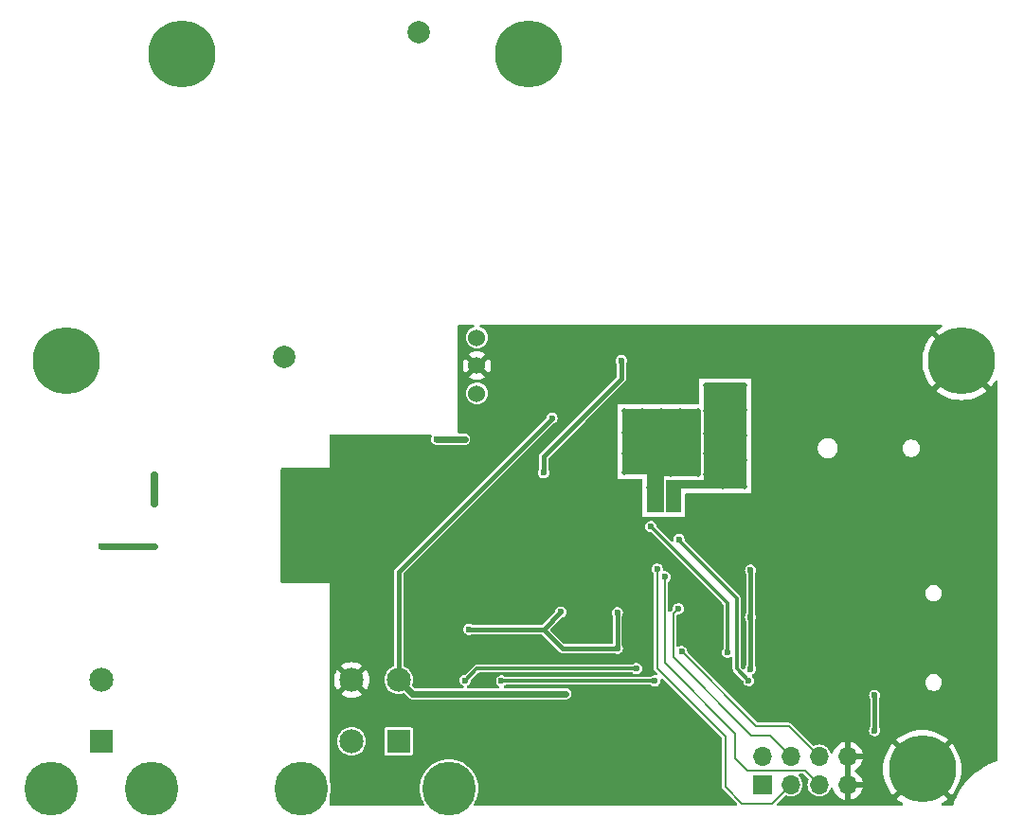
<source format=gbr>
%TF.GenerationSoftware,KiCad,Pcbnew,8.0.8*%
%TF.CreationDate,2025-03-06T23:44:42+09:00*%
%TF.ProjectId,fsk-energymeter,66736b2d-656e-4657-9267-796d65746572,v0.0.1*%
%TF.SameCoordinates,Original*%
%TF.FileFunction,Copper,L2,Bot*%
%TF.FilePolarity,Positive*%
%FSLAX46Y46*%
G04 Gerber Fmt 4.6, Leading zero omitted, Abs format (unit mm)*
G04 Created by KiCad (PCBNEW 8.0.8) date 2025-03-06 23:44:42*
%MOMM*%
%LPD*%
G01*
G04 APERTURE LIST*
%TA.AperFunction,ComponentPad*%
%ADD10C,3.400000*%
%TD*%
%TA.AperFunction,ConnectorPad*%
%ADD11C,6.000000*%
%TD*%
%TA.AperFunction,ComponentPad*%
%ADD12R,2.150000X2.150000*%
%TD*%
%TA.AperFunction,ComponentPad*%
%ADD13C,2.150000*%
%TD*%
%TA.AperFunction,ComponentPad*%
%ADD14C,4.800000*%
%TD*%
%TA.AperFunction,ComponentPad*%
%ADD15R,1.700000X1.700000*%
%TD*%
%TA.AperFunction,ComponentPad*%
%ADD16O,1.700000X1.700000*%
%TD*%
%TA.AperFunction,ComponentPad*%
%ADD17C,2.000000*%
%TD*%
%TA.AperFunction,ComponentPad*%
%ADD18C,1.524000*%
%TD*%
%TA.AperFunction,ViaPad*%
%ADD19C,0.600000*%
%TD*%
%TA.AperFunction,ViaPad*%
%ADD20C,0.500000*%
%TD*%
%TA.AperFunction,Conductor*%
%ADD21C,0.600000*%
%TD*%
%TA.AperFunction,Conductor*%
%ADD22C,0.400000*%
%TD*%
%TA.AperFunction,Conductor*%
%ADD23C,0.200000*%
%TD*%
%TA.AperFunction,Conductor*%
%ADD24C,0.300000*%
%TD*%
%TA.AperFunction,Conductor*%
%ADD25C,0.650000*%
%TD*%
G04 APERTURE END LIST*
D10*
%TO.P,H5,1,1*%
%TO.N,GND*%
X162000000Y-113600000D03*
D11*
X162000000Y-113600000D03*
%TD*%
D10*
%TO.P,H2,1*%
%TO.N,N/C*%
X95800000Y-49600000D03*
D11*
X95800000Y-49600000D03*
%TD*%
D10*
%TO.P,H3,1*%
%TO.N,N/C*%
X126800000Y-49600000D03*
D11*
X126800000Y-49600000D03*
%TD*%
D12*
%TO.P,J2,1,1*%
%TO.N,HV+*%
X88650000Y-111112100D03*
D13*
%TO.P,J2,2,2*%
%TO.N,HV-*%
X88650000Y-105612100D03*
D14*
%TO.P,J2,3,3*%
%TO.N,unconnected-(J2-Pad3)*%
X93150000Y-115312100D03*
%TO.P,J2,4,4*%
%TO.N,unconnected-(J2-Pad4)*%
X84150000Y-115312100D03*
%TD*%
D15*
%TO.P,J3,1,Pin_1*%
%TO.N,+3V3*%
X147720000Y-115000000D03*
D16*
%TO.P,J3,2,Pin_2*%
%TO.N,/USART1_RX*%
X150260000Y-115000000D03*
%TO.P,J3,3,Pin_3*%
%TO.N,/USART1_TX*%
X152800000Y-115000000D03*
%TO.P,J3,4,Pin_4*%
%TO.N,GND*%
X155340000Y-115000000D03*
%TO.P,J3,5,Pin_5*%
%TO.N,+3V3*%
X147720000Y-112460000D03*
%TO.P,J3,6,Pin_6*%
%TO.N,/SWCLK*%
X150260000Y-112460000D03*
%TO.P,J3,7,Pin_7*%
%TO.N,/SWDIO*%
X152800000Y-112460000D03*
%TO.P,J3,8,Pin_8*%
%TO.N,GND*%
X155340000Y-112460000D03*
%TD*%
D17*
%TO.P,U2,*%
%TO.N,*%
X105000000Y-76700000D03*
X117000000Y-47700000D03*
D18*
%TO.P,U2,1,VOUT*%
%TO.N,Net-(U1B-+)*%
X122200000Y-80000000D03*
%TO.P,U2,2,GND*%
%TO.N,GND*%
X122200000Y-77500000D03*
%TO.P,U2,3,VCC*%
%TO.N,Net-(IC2-VOUT)*%
X122200000Y-75000000D03*
%TD*%
D10*
%TO.P,H4,1,1*%
%TO.N,GND*%
X165500000Y-77100000D03*
D11*
X165500000Y-77100000D03*
%TD*%
D10*
%TO.P,H1,1*%
%TO.N,N/C*%
X85500000Y-77100000D03*
D11*
X85500000Y-77100000D03*
%TD*%
D12*
%TO.P,J1,1,1*%
%TO.N,Net-(J1-Pad1)*%
X115200000Y-111112100D03*
D13*
%TO.P,J1,2,2*%
%TO.N,Net-(J1-Pad2)*%
X111000000Y-111112100D03*
%TO.P,J1,3,3*%
%TO.N,VBUS*%
X115200000Y-105612100D03*
%TO.P,J1,4,4*%
%TO.N,GND*%
X111000000Y-105612100D03*
D14*
%TO.P,J1,5,5*%
%TO.N,unconnected-(J1-Pad5)*%
X119700000Y-115312100D03*
%TO.P,J1,6,6*%
%TO.N,unconnected-(J1-Pad6)*%
X106500000Y-115312100D03*
%TD*%
D19*
%TO.N,GND*%
X119200000Y-100350000D03*
X153750000Y-104150000D03*
D20*
X142650000Y-87200000D03*
X135375000Y-81600000D03*
D19*
X122500000Y-93100000D03*
X147900000Y-87600000D03*
D20*
X135375000Y-87050000D03*
X146100000Y-79250000D03*
X144161765Y-88311765D03*
D19*
X110560000Y-96990000D03*
X112550000Y-90050000D03*
D20*
X142000000Y-83550000D03*
D19*
X128050000Y-92750000D03*
X131950000Y-108450000D03*
D20*
X138650000Y-81600000D03*
X135375000Y-85350000D03*
X138650000Y-80750000D03*
X146100000Y-86000000D03*
X142000000Y-87200000D03*
X142650000Y-81600000D03*
X137600000Y-88450000D03*
X142650000Y-83550000D03*
D19*
X115800000Y-93950000D03*
D20*
X137600000Y-87050000D03*
X146100000Y-83750000D03*
D19*
X140900000Y-92200000D03*
D20*
X137000000Y-81600000D03*
X146100000Y-88300000D03*
X142650000Y-79250000D03*
X142000000Y-85350000D03*
D19*
X107470000Y-90050000D03*
D20*
X142650000Y-85350000D03*
X142000000Y-81600000D03*
X144350000Y-78375000D03*
X135375000Y-83500000D03*
X140350000Y-81600000D03*
X146100000Y-81500000D03*
X139550000Y-87200000D03*
X144350000Y-79250000D03*
D19*
X126500000Y-96550000D03*
X142225000Y-111625000D03*
%TO.N,+3V3*%
X118600000Y-84100000D03*
X146650000Y-95800000D03*
X157750000Y-110150000D03*
X129700000Y-99550000D03*
X157750000Y-107000000D03*
X146650000Y-100000000D03*
X146650000Y-104650000D03*
X134750000Y-102800000D03*
X121100000Y-84100000D03*
X121500000Y-101100000D03*
X134750000Y-99600000D03*
%TO.N,VBUS*%
X130150000Y-106850000D03*
X128900000Y-82200000D03*
%TO.N,/SWCLK*%
X140200000Y-99250000D03*
%TO.N,/SWDIO*%
X140493140Y-103091157D03*
%TO.N,/LED*%
X140250000Y-93050000D03*
X146493750Y-105693750D03*
%TO.N,/RST*%
X137750000Y-91900000D03*
X144600000Y-103150000D03*
%TO.N,/USART1_TX*%
X139000000Y-96400000D03*
%TO.N,/USART1_RX*%
X138300000Y-95700000D03*
%TO.N,Net-(IC1-DCDC_OUT)*%
X93350000Y-87300000D03*
X93350000Y-89840000D03*
%TO.N,Net-(IC2-VOUT)*%
X128150000Y-87100000D03*
X135100000Y-77050000D03*
%TO.N,Net-(IC1-IN)*%
X93380000Y-93650000D03*
X88600000Y-93650000D03*
%TO.N,Net-(J1-Pad2)*%
X121150000Y-105650000D03*
X136450000Y-104600000D03*
%TO.N,Net-(J1-Pad1)*%
X124400000Y-105700000D03*
X138100000Y-105700000D03*
%TD*%
D21*
%TO.N,+3V3*%
X121100000Y-84100000D02*
X118600000Y-84100000D01*
D22*
X157750000Y-107000000D02*
X157750000Y-110150000D01*
X134750000Y-102800000D02*
X129850000Y-102800000D01*
X128150000Y-101100000D02*
X121500000Y-101100000D01*
X146650000Y-95800000D02*
X146650000Y-100000000D01*
X129700000Y-99550000D02*
X128150000Y-101100000D01*
X146650000Y-100000000D02*
X146650000Y-104650000D01*
X134750000Y-99600000D02*
X134750000Y-102800000D01*
X129850000Y-102800000D02*
X128150000Y-101100000D01*
D23*
%TO.N,VBUS*%
X128900000Y-82200000D02*
X128900000Y-82261029D01*
D22*
X128900000Y-82261029D02*
X115200000Y-95961029D01*
X115200000Y-95961029D02*
X115200000Y-105612100D01*
D21*
X130150000Y-106850000D02*
X116437900Y-106850000D01*
X116437900Y-106850000D02*
X115200000Y-105612100D01*
D23*
%TO.N,/SWCLK*%
X139750000Y-103600000D02*
X146750000Y-110600000D01*
X140200000Y-99250000D02*
X139750000Y-99700000D01*
X148400000Y-110600000D02*
X150260000Y-112460000D01*
X139750000Y-99700000D02*
X139750000Y-103600000D01*
X146750000Y-110600000D02*
X148400000Y-110600000D01*
%TO.N,/SWDIO*%
X140493140Y-103091157D02*
X147151983Y-109750000D01*
X150090000Y-109750000D02*
X152800000Y-112460000D01*
X147151983Y-109750000D02*
X150090000Y-109750000D01*
D24*
%TO.N,/LED*%
X146493750Y-105693750D02*
X145400000Y-104600000D01*
X145400000Y-104600000D02*
X145400000Y-98300000D01*
X140250000Y-93150000D02*
X140250000Y-93050000D01*
X145400000Y-98300000D02*
X140250000Y-93150000D01*
%TO.N,/RST*%
X144600000Y-98750000D02*
X144600000Y-103150000D01*
X137750000Y-91900000D02*
X144600000Y-98750000D01*
D23*
%TO.N,/USART1_TX*%
X146400000Y-113700000D02*
X151500000Y-113700000D01*
X139000000Y-96400000D02*
X139000000Y-104100000D01*
X151500000Y-113700000D02*
X152800000Y-115000000D01*
X145300000Y-110400000D02*
X145300000Y-112600000D01*
X145300000Y-112600000D02*
X146400000Y-113700000D01*
X139000000Y-104100000D02*
X145300000Y-110400000D01*
%TO.N,/USART1_RX*%
X144400000Y-115200000D02*
X145900000Y-116700000D01*
X138300000Y-95700000D02*
X138300000Y-104600000D01*
X145900000Y-116700000D02*
X148560000Y-116700000D01*
X138300000Y-104600000D02*
X144400000Y-110700000D01*
X144400000Y-110700000D02*
X144400000Y-115200000D01*
X148560000Y-116700000D02*
X150260000Y-115000000D01*
D25*
%TO.N,Net-(IC1-DCDC_OUT)*%
X93350000Y-87300000D02*
X93350000Y-89840000D01*
D22*
%TO.N,Net-(IC2-VOUT)*%
X128150000Y-85650000D02*
X128150000Y-87100000D01*
X135100000Y-78700000D02*
X128150000Y-85650000D01*
X135100000Y-77050000D02*
X135100000Y-78700000D01*
D21*
%TO.N,Net-(IC1-IN)*%
X93380000Y-93650000D02*
X88600000Y-93650000D01*
D24*
%TO.N,Net-(J1-Pad2)*%
X121150000Y-105650000D02*
X122200000Y-104600000D01*
X122200000Y-104600000D02*
X136450000Y-104600000D01*
%TO.N,Net-(J1-Pad1)*%
X138100000Y-105700000D02*
X124400000Y-105700000D01*
%TD*%
%TA.AperFunction,Conductor*%
%TO.N,GND*%
G36*
X142143039Y-81419685D02*
G01*
X142188794Y-81472489D01*
X142200000Y-81524000D01*
X142200000Y-87276000D01*
X142180315Y-87343039D01*
X142127511Y-87388794D01*
X142076000Y-87400000D01*
X138900000Y-87400000D01*
X138900000Y-90526000D01*
X138880315Y-90593039D01*
X138827511Y-90638794D01*
X138776000Y-90650000D01*
X137524000Y-90650000D01*
X137456961Y-90630315D01*
X137411206Y-90577511D01*
X137400000Y-90526000D01*
X137400000Y-87250000D01*
X135298557Y-87250000D01*
X135231518Y-87230315D01*
X135185763Y-87177511D01*
X135174557Y-87126099D01*
X135174536Y-87100000D01*
X135170637Y-82200000D01*
X135170099Y-81524099D01*
X135189730Y-81457044D01*
X135242498Y-81411247D01*
X135294099Y-81400000D01*
X142076000Y-81400000D01*
X142143039Y-81419685D01*
G37*
%TD.AperFunction*%
%TA.AperFunction,Conductor*%
G36*
X146263039Y-79069685D02*
G01*
X146308794Y-79122489D01*
X146320000Y-79174000D01*
X146320000Y-88376000D01*
X146300315Y-88443039D01*
X146247511Y-88488794D01*
X146196000Y-88500000D01*
X140420000Y-88500000D01*
X140420000Y-90526000D01*
X140400315Y-90593039D01*
X140347511Y-90638794D01*
X140296000Y-90650000D01*
X139224000Y-90650000D01*
X139156961Y-90630315D01*
X139111206Y-90577511D01*
X139100000Y-90526000D01*
X139100000Y-87824000D01*
X139119685Y-87756961D01*
X139172489Y-87711206D01*
X139224000Y-87700000D01*
X142450000Y-87700000D01*
X142450000Y-79174000D01*
X142469685Y-79106961D01*
X142522489Y-79061206D01*
X142574000Y-79050000D01*
X146196000Y-79050000D01*
X146263039Y-79069685D01*
G37*
%TD.AperFunction*%
%TA.AperFunction,Conductor*%
G36*
X121906431Y-73869685D02*
G01*
X121952186Y-73922489D01*
X121962130Y-73991647D01*
X121933105Y-74055203D01*
X121875388Y-74092659D01*
X121829885Y-74106463D01*
X121829882Y-74106464D01*
X121829880Y-74106465D01*
X121829877Y-74106466D01*
X121662681Y-74195834D01*
X121662674Y-74195838D01*
X121516116Y-74316116D01*
X121395838Y-74462674D01*
X121395834Y-74462681D01*
X121306466Y-74629877D01*
X121306465Y-74629880D01*
X121251426Y-74811318D01*
X121232843Y-75000000D01*
X121251426Y-75188681D01*
X121251427Y-75188683D01*
X121306463Y-75370115D01*
X121306464Y-75370118D01*
X121306465Y-75370119D01*
X121306466Y-75370122D01*
X121395834Y-75537318D01*
X121395838Y-75537325D01*
X121516116Y-75683883D01*
X121662674Y-75804161D01*
X121662681Y-75804165D01*
X121829877Y-75893533D01*
X121829878Y-75893533D01*
X121829885Y-75893537D01*
X122011317Y-75948573D01*
X122011316Y-75948573D01*
X122028233Y-75950239D01*
X122200000Y-75967157D01*
X122388683Y-75948573D01*
X122570115Y-75893537D01*
X122737324Y-75804162D01*
X122883883Y-75683883D01*
X123004162Y-75537324D01*
X123093537Y-75370115D01*
X123148573Y-75188683D01*
X123167157Y-75000000D01*
X123148573Y-74811317D01*
X123093537Y-74629885D01*
X123004162Y-74462676D01*
X123004161Y-74462674D01*
X122883883Y-74316116D01*
X122737325Y-74195838D01*
X122737318Y-74195834D01*
X122570122Y-74106466D01*
X122570119Y-74106465D01*
X122570118Y-74106464D01*
X122570115Y-74106463D01*
X122524611Y-74092659D01*
X122466174Y-74054363D01*
X122437718Y-73990551D01*
X122448278Y-73921484D01*
X122494502Y-73869091D01*
X122560608Y-73850000D01*
X163659670Y-73850000D01*
X163726709Y-73869685D01*
X163772464Y-73922489D01*
X163782408Y-73991647D01*
X163753383Y-74055203D01*
X163727205Y-74077995D01*
X163439924Y-74264557D01*
X163206850Y-74453295D01*
X163206849Y-74453296D01*
X164630894Y-75877340D01*
X164522816Y-75955864D01*
X164355864Y-76122816D01*
X164277340Y-76230893D01*
X162853296Y-74806849D01*
X162853295Y-74806850D01*
X162664557Y-75039924D01*
X162464754Y-75347594D01*
X162298204Y-75674464D01*
X162166736Y-76016948D01*
X162071784Y-76371313D01*
X162071784Y-76371315D01*
X162014397Y-76733646D01*
X161995197Y-77099999D01*
X161995197Y-77100000D01*
X162014397Y-77466353D01*
X162071784Y-77828684D01*
X162071784Y-77828686D01*
X162166736Y-78183051D01*
X162298204Y-78525535D01*
X162464754Y-78852406D01*
X162664553Y-79160070D01*
X162853297Y-79393148D01*
X164277340Y-77969105D01*
X164355864Y-78077184D01*
X164522816Y-78244136D01*
X164630893Y-78322658D01*
X163206850Y-79746701D01*
X163439929Y-79935446D01*
X163747593Y-80135245D01*
X164074464Y-80301795D01*
X164416948Y-80433263D01*
X164771314Y-80528215D01*
X165133646Y-80585602D01*
X165499999Y-80604803D01*
X165500001Y-80604803D01*
X165866353Y-80585602D01*
X166228684Y-80528215D01*
X166228686Y-80528215D01*
X166583051Y-80433263D01*
X166925535Y-80301795D01*
X167252406Y-80135245D01*
X167560064Y-79935450D01*
X167793148Y-79746701D01*
X166369106Y-78322659D01*
X166477184Y-78244136D01*
X166644136Y-78077184D01*
X166722659Y-77969105D01*
X168146701Y-79393148D01*
X168335450Y-79160064D01*
X168522005Y-78872795D01*
X168575026Y-78827292D01*
X168644231Y-78817678D01*
X168707648Y-78847005D01*
X168745142Y-78905962D01*
X168750000Y-78940330D01*
X168750000Y-112769218D01*
X168730315Y-112836257D01*
X168677511Y-112882012D01*
X168664318Y-112887149D01*
X168421527Y-112966036D01*
X168007390Y-113137578D01*
X167985894Y-113146482D01*
X167565766Y-113360548D01*
X167565762Y-113360550D01*
X167565753Y-113360555D01*
X167565747Y-113360558D01*
X167163738Y-113606910D01*
X167163727Y-113606918D01*
X166782267Y-113884064D01*
X166782253Y-113884075D01*
X166423719Y-114190292D01*
X166423705Y-114190305D01*
X166090305Y-114523705D01*
X166090292Y-114523719D01*
X165784075Y-114882253D01*
X165784064Y-114882267D01*
X165506918Y-115263727D01*
X165506910Y-115263738D01*
X165260558Y-115665747D01*
X165260555Y-115665753D01*
X165260550Y-115665762D01*
X165260548Y-115665766D01*
X165070443Y-116038868D01*
X165046481Y-116085896D01*
X164866036Y-116521527D01*
X164808164Y-116699642D01*
X164793677Y-116744231D01*
X164787150Y-116764318D01*
X164747713Y-116821993D01*
X164683354Y-116849192D01*
X164669219Y-116850000D01*
X163840330Y-116850000D01*
X163773291Y-116830315D01*
X163727536Y-116777511D01*
X163717592Y-116708353D01*
X163746617Y-116644797D01*
X163772795Y-116622005D01*
X164060064Y-116435450D01*
X164293148Y-116246701D01*
X162869106Y-114822659D01*
X162977184Y-114744136D01*
X163144136Y-114577184D01*
X163222659Y-114469106D01*
X164646701Y-115893148D01*
X164835450Y-115660064D01*
X165035245Y-115352406D01*
X165201795Y-115025535D01*
X165333263Y-114683051D01*
X165428215Y-114328686D01*
X165428215Y-114328684D01*
X165485602Y-113966353D01*
X165504803Y-113600000D01*
X165504803Y-113599999D01*
X165485602Y-113233646D01*
X165428215Y-112871315D01*
X165428215Y-112871313D01*
X165333263Y-112516948D01*
X165201795Y-112174464D01*
X165035245Y-111847594D01*
X164835446Y-111539929D01*
X164646701Y-111306850D01*
X163222658Y-112730893D01*
X163144136Y-112622816D01*
X162977184Y-112455864D01*
X162869104Y-112377340D01*
X164293148Y-110953297D01*
X164060070Y-110764553D01*
X163752406Y-110564754D01*
X163425535Y-110398204D01*
X163083051Y-110266736D01*
X162728685Y-110171784D01*
X162366353Y-110114397D01*
X162000001Y-110095197D01*
X161999999Y-110095197D01*
X161633646Y-110114397D01*
X161271315Y-110171784D01*
X161271313Y-110171784D01*
X160916948Y-110266736D01*
X160574464Y-110398204D01*
X160247594Y-110564754D01*
X159939924Y-110764557D01*
X159706850Y-110953295D01*
X159706849Y-110953296D01*
X161130893Y-112377340D01*
X161022816Y-112455864D01*
X160855864Y-112622816D01*
X160777340Y-112730893D01*
X159353296Y-111306849D01*
X159353295Y-111306850D01*
X159164557Y-111539924D01*
X158964754Y-111847594D01*
X158798204Y-112174464D01*
X158666736Y-112516948D01*
X158571784Y-112871313D01*
X158571784Y-112871315D01*
X158514397Y-113233646D01*
X158495197Y-113599999D01*
X158495197Y-113600000D01*
X158514397Y-113966353D01*
X158571784Y-114328684D01*
X158571784Y-114328686D01*
X158666736Y-114683051D01*
X158798204Y-115025535D01*
X158964754Y-115352406D01*
X159164553Y-115660070D01*
X159353297Y-115893148D01*
X160777340Y-114469105D01*
X160855864Y-114577184D01*
X161022816Y-114744136D01*
X161130893Y-114822658D01*
X159706850Y-116246701D01*
X159939929Y-116435446D01*
X160227205Y-116622005D01*
X160272708Y-116675026D01*
X160282322Y-116744231D01*
X160252995Y-116807648D01*
X160194038Y-116845142D01*
X160159670Y-116850000D01*
X149134333Y-116850000D01*
X149067294Y-116830315D01*
X149021539Y-116777511D01*
X149011595Y-116708353D01*
X149040620Y-116644797D01*
X149046652Y-116638319D01*
X149695672Y-115989298D01*
X149756995Y-115955813D01*
X149826686Y-115960797D01*
X149841805Y-115967620D01*
X149856046Y-115975232D01*
X150054066Y-116035300D01*
X150054065Y-116035300D01*
X150072529Y-116037118D01*
X150260000Y-116055583D01*
X150465934Y-116035300D01*
X150663954Y-115975232D01*
X150846450Y-115877685D01*
X151006410Y-115746410D01*
X151137685Y-115586450D01*
X151235232Y-115403954D01*
X151295300Y-115205934D01*
X151315583Y-115000000D01*
X151295300Y-114794066D01*
X151235232Y-114596046D01*
X151137685Y-114413550D01*
X151085702Y-114350209D01*
X151006410Y-114253589D01*
X150965912Y-114220354D01*
X150926577Y-114162608D01*
X150924706Y-114092763D01*
X150960893Y-114032995D01*
X151023649Y-114002279D01*
X151044576Y-114000500D01*
X151324167Y-114000500D01*
X151391206Y-114020185D01*
X151411848Y-114036819D01*
X151810701Y-114435672D01*
X151844186Y-114496995D01*
X151839202Y-114566687D01*
X151832381Y-114581800D01*
X151824770Y-114596039D01*
X151764699Y-114794067D01*
X151744417Y-115000000D01*
X151764699Y-115205932D01*
X151774900Y-115239560D01*
X151824768Y-115403954D01*
X151922315Y-115586450D01*
X151922317Y-115586452D01*
X152053589Y-115746410D01*
X152076444Y-115765166D01*
X152213550Y-115877685D01*
X152396046Y-115975232D01*
X152594066Y-116035300D01*
X152594065Y-116035300D01*
X152612529Y-116037118D01*
X152800000Y-116055583D01*
X153005934Y-116035300D01*
X153203954Y-115975232D01*
X153386450Y-115877685D01*
X153546410Y-115746410D01*
X153677685Y-115586450D01*
X153775232Y-115403954D01*
X153795406Y-115337446D01*
X153833702Y-115279010D01*
X153897514Y-115250553D01*
X153966581Y-115261112D01*
X154018975Y-115307336D01*
X154033841Y-115341349D01*
X154066567Y-115463486D01*
X154066570Y-115463492D01*
X154166399Y-115677578D01*
X154301894Y-115871082D01*
X154468917Y-116038105D01*
X154662421Y-116173600D01*
X154876507Y-116273429D01*
X154876516Y-116273433D01*
X155090000Y-116330634D01*
X155090000Y-115433012D01*
X155147007Y-115465925D01*
X155274174Y-115500000D01*
X155405826Y-115500000D01*
X155532993Y-115465925D01*
X155590000Y-115433012D01*
X155590000Y-116330633D01*
X155803483Y-116273433D01*
X155803492Y-116273429D01*
X156017578Y-116173600D01*
X156211082Y-116038105D01*
X156378105Y-115871082D01*
X156513600Y-115677578D01*
X156613429Y-115463492D01*
X156613432Y-115463486D01*
X156670636Y-115250000D01*
X155773012Y-115250000D01*
X155805925Y-115192993D01*
X155840000Y-115065826D01*
X155840000Y-114934174D01*
X155805925Y-114807007D01*
X155773012Y-114750000D01*
X156670636Y-114750000D01*
X156670635Y-114749999D01*
X156613432Y-114536513D01*
X156613429Y-114536507D01*
X156513600Y-114322422D01*
X156513599Y-114322420D01*
X156378113Y-114128926D01*
X156378108Y-114128920D01*
X156211082Y-113961894D01*
X156024968Y-113831575D01*
X155981344Y-113776998D01*
X155974151Y-113707499D01*
X156005673Y-113645145D01*
X156024968Y-113628425D01*
X156211082Y-113498105D01*
X156378105Y-113331082D01*
X156513600Y-113137578D01*
X156613429Y-112923492D01*
X156613432Y-112923486D01*
X156670636Y-112710000D01*
X155773012Y-112710000D01*
X155805925Y-112652993D01*
X155840000Y-112525826D01*
X155840000Y-112394174D01*
X155805925Y-112267007D01*
X155773012Y-112210000D01*
X156670636Y-112210000D01*
X156670635Y-112209999D01*
X156613432Y-111996513D01*
X156613429Y-111996507D01*
X156513600Y-111782422D01*
X156513599Y-111782420D01*
X156378113Y-111588926D01*
X156378108Y-111588920D01*
X156211082Y-111421894D01*
X156017578Y-111286399D01*
X155803492Y-111186570D01*
X155803486Y-111186567D01*
X155590000Y-111129364D01*
X155590000Y-112026988D01*
X155532993Y-111994075D01*
X155405826Y-111960000D01*
X155274174Y-111960000D01*
X155147007Y-111994075D01*
X155090000Y-112026988D01*
X155090000Y-111129364D01*
X155089999Y-111129364D01*
X154876513Y-111186567D01*
X154876507Y-111186570D01*
X154662422Y-111286399D01*
X154662420Y-111286400D01*
X154468926Y-111421886D01*
X154468920Y-111421891D01*
X154301891Y-111588920D01*
X154301886Y-111588926D01*
X154166400Y-111782420D01*
X154166399Y-111782422D01*
X154066570Y-111996507D01*
X154066567Y-111996514D01*
X154033841Y-112118650D01*
X153997476Y-112178310D01*
X153934629Y-112208839D01*
X153865253Y-112200544D01*
X153811375Y-112156059D01*
X153795406Y-112122553D01*
X153775232Y-112056046D01*
X153677685Y-111873550D01*
X153578166Y-111752285D01*
X153546410Y-111713589D01*
X153428677Y-111616969D01*
X153386450Y-111582315D01*
X153203954Y-111484768D01*
X153005934Y-111424700D01*
X153005932Y-111424699D01*
X153005934Y-111424699D01*
X152800000Y-111404417D01*
X152594067Y-111424699D01*
X152396039Y-111484770D01*
X152381800Y-111492381D01*
X152313397Y-111506620D01*
X152248154Y-111481616D01*
X152235672Y-111470701D01*
X150274512Y-109509541D01*
X150274504Y-109509535D01*
X150205995Y-109469982D01*
X150205990Y-109469979D01*
X150180513Y-109463152D01*
X150129562Y-109449500D01*
X150129560Y-109449500D01*
X147327816Y-109449500D01*
X147260777Y-109429815D01*
X147240135Y-109413181D01*
X144826954Y-107000000D01*
X157244353Y-107000000D01*
X157264834Y-107142456D01*
X157304123Y-107228485D01*
X157324623Y-107273373D01*
X157324627Y-107273378D01*
X157329418Y-107280833D01*
X157326364Y-107282795D01*
X157348235Y-107330663D01*
X157349500Y-107348332D01*
X157349500Y-109801667D01*
X157329815Y-109868706D01*
X157329094Y-109869669D01*
X157324622Y-109876628D01*
X157264834Y-110007543D01*
X157244353Y-110150000D01*
X157264834Y-110292456D01*
X157324622Y-110423371D01*
X157324623Y-110423373D01*
X157418872Y-110532143D01*
X157539947Y-110609953D01*
X157539950Y-110609954D01*
X157539949Y-110609954D01*
X157678036Y-110650499D01*
X157678038Y-110650500D01*
X157678039Y-110650500D01*
X157821962Y-110650500D01*
X157821962Y-110650499D01*
X157960053Y-110609953D01*
X158081128Y-110532143D01*
X158175377Y-110423373D01*
X158235165Y-110292457D01*
X158255647Y-110150000D01*
X158235165Y-110007543D01*
X158175377Y-109876627D01*
X158175374Y-109876624D01*
X158170582Y-109869166D01*
X158173621Y-109867212D01*
X158151749Y-109819224D01*
X158150500Y-109801667D01*
X158150500Y-107348332D01*
X158170185Y-107281293D01*
X158170901Y-107280336D01*
X158175368Y-107273382D01*
X158175377Y-107273373D01*
X158235165Y-107142457D01*
X158255647Y-107000000D01*
X158235165Y-106857543D01*
X158175377Y-106726627D01*
X158081128Y-106617857D01*
X157960053Y-106540047D01*
X157960051Y-106540046D01*
X157960049Y-106540045D01*
X157960050Y-106540045D01*
X157821963Y-106499500D01*
X157821961Y-106499500D01*
X157678039Y-106499500D01*
X157678036Y-106499500D01*
X157539949Y-106540045D01*
X157418873Y-106617856D01*
X157324623Y-106726626D01*
X157324622Y-106726628D01*
X157264834Y-106857543D01*
X157244353Y-107000000D01*
X144826954Y-107000000D01*
X141032535Y-103205581D01*
X140999050Y-103144258D01*
X140997479Y-103100251D01*
X140998787Y-103091157D01*
X140978305Y-102948700D01*
X140918517Y-102817784D01*
X140824268Y-102709014D01*
X140703193Y-102631204D01*
X140703191Y-102631203D01*
X140703189Y-102631202D01*
X140703190Y-102631202D01*
X140565103Y-102590657D01*
X140565101Y-102590657D01*
X140421179Y-102590657D01*
X140421176Y-102590657D01*
X140283089Y-102631202D01*
X140241539Y-102657905D01*
X140174499Y-102677589D01*
X140107460Y-102657904D01*
X140061705Y-102605100D01*
X140050500Y-102553589D01*
X140050500Y-99875833D01*
X140070185Y-99808794D01*
X140086819Y-99788152D01*
X140088152Y-99786819D01*
X140149475Y-99753334D01*
X140175833Y-99750500D01*
X140271962Y-99750500D01*
X140271962Y-99750499D01*
X140410053Y-99709953D01*
X140531128Y-99632143D01*
X140625377Y-99523373D01*
X140685165Y-99392457D01*
X140705647Y-99250000D01*
X140685165Y-99107543D01*
X140625377Y-98976627D01*
X140531128Y-98867857D01*
X140410053Y-98790047D01*
X140410051Y-98790046D01*
X140410049Y-98790045D01*
X140410050Y-98790045D01*
X140271963Y-98749500D01*
X140271961Y-98749500D01*
X140128039Y-98749500D01*
X140128036Y-98749500D01*
X139989949Y-98790045D01*
X139868873Y-98867856D01*
X139774623Y-98976626D01*
X139774622Y-98976628D01*
X139714834Y-99107543D01*
X139694353Y-99250000D01*
X139695661Y-99259101D01*
X139685714Y-99328259D01*
X139660604Y-99364422D01*
X139565489Y-99459539D01*
X139512182Y-99512847D01*
X139450859Y-99546333D01*
X139381168Y-99541349D01*
X139325234Y-99499478D01*
X139300816Y-99434014D01*
X139300500Y-99425167D01*
X139300500Y-96863738D01*
X139320185Y-96796699D01*
X139330787Y-96782535D01*
X139331124Y-96782144D01*
X139331128Y-96782143D01*
X139425377Y-96673373D01*
X139485165Y-96542457D01*
X139505647Y-96400000D01*
X139485165Y-96257543D01*
X139425377Y-96126627D01*
X139331128Y-96017857D01*
X139210053Y-95940047D01*
X139210051Y-95940046D01*
X139210049Y-95940045D01*
X139210050Y-95940045D01*
X139071963Y-95899500D01*
X139071961Y-95899500D01*
X138928039Y-95899500D01*
X138920067Y-95899500D01*
X138853028Y-95879815D01*
X138807273Y-95827011D01*
X138797329Y-95757853D01*
X138805647Y-95700000D01*
X138785165Y-95557543D01*
X138725377Y-95426627D01*
X138631128Y-95317857D01*
X138510053Y-95240047D01*
X138510051Y-95240046D01*
X138510049Y-95240045D01*
X138510050Y-95240045D01*
X138371963Y-95199500D01*
X138371961Y-95199500D01*
X138228039Y-95199500D01*
X138228036Y-95199500D01*
X138089949Y-95240045D01*
X137968873Y-95317856D01*
X137874623Y-95426626D01*
X137874622Y-95426628D01*
X137814834Y-95557543D01*
X137794353Y-95700000D01*
X137814834Y-95842456D01*
X137860504Y-95942457D01*
X137874623Y-95973373D01*
X137968872Y-96082143D01*
X137968875Y-96082144D01*
X137969213Y-96082535D01*
X137998238Y-96146091D01*
X137999500Y-96163738D01*
X137999500Y-104639562D01*
X138011937Y-104685977D01*
X138019979Y-104715989D01*
X138054222Y-104775301D01*
X138059540Y-104784512D01*
X138262847Y-104987819D01*
X138296332Y-105049142D01*
X138291348Y-105118834D01*
X138249476Y-105174767D01*
X138184012Y-105199184D01*
X138175166Y-105199500D01*
X138028036Y-105199500D01*
X137889949Y-105240045D01*
X137768876Y-105317854D01*
X137768874Y-105317855D01*
X137768872Y-105317857D01*
X137768870Y-105317858D01*
X137767312Y-105319210D01*
X137765427Y-105320070D01*
X137761411Y-105322652D01*
X137761039Y-105322074D01*
X137703757Y-105348237D01*
X137686105Y-105349500D01*
X124813895Y-105349500D01*
X124746856Y-105329815D01*
X124732688Y-105319210D01*
X124731132Y-105317862D01*
X124731128Y-105317857D01*
X124610053Y-105240047D01*
X124610051Y-105240046D01*
X124610049Y-105240045D01*
X124610050Y-105240045D01*
X124471963Y-105199500D01*
X124471961Y-105199500D01*
X124328039Y-105199500D01*
X124328036Y-105199500D01*
X124189949Y-105240045D01*
X124068873Y-105317856D01*
X124068872Y-105317856D01*
X124068872Y-105317857D01*
X124065218Y-105322074D01*
X123974623Y-105426626D01*
X123974622Y-105426628D01*
X123914834Y-105557543D01*
X123894353Y-105700000D01*
X123914834Y-105842456D01*
X123952037Y-105923918D01*
X123974623Y-105973373D01*
X124068872Y-106082143D01*
X124068874Y-106082144D01*
X124068873Y-106082144D01*
X124129622Y-106121185D01*
X124175376Y-106173989D01*
X124185320Y-106243147D01*
X124156295Y-106306703D01*
X124097517Y-106344477D01*
X124062582Y-106349500D01*
X121405538Y-106349500D01*
X121338499Y-106329815D01*
X121292744Y-106277011D01*
X121282800Y-106207853D01*
X121311825Y-106144297D01*
X121354023Y-106112707D01*
X121360047Y-106109954D01*
X121360053Y-106109953D01*
X121481128Y-106032143D01*
X121575377Y-105923373D01*
X121635165Y-105792457D01*
X121651447Y-105679208D01*
X121680470Y-105615656D01*
X121686489Y-105609191D01*
X122308862Y-104986819D01*
X122370185Y-104953334D01*
X122396543Y-104950500D01*
X136036105Y-104950500D01*
X136103144Y-104970185D01*
X136117312Y-104980790D01*
X136118866Y-104982137D01*
X136118872Y-104982143D01*
X136239947Y-105059953D01*
X136239950Y-105059954D01*
X136239949Y-105059954D01*
X136347107Y-105091417D01*
X136374633Y-105099500D01*
X136378036Y-105100499D01*
X136378038Y-105100500D01*
X136378039Y-105100500D01*
X136521962Y-105100500D01*
X136521962Y-105100499D01*
X136660053Y-105059953D01*
X136781128Y-104982143D01*
X136875377Y-104873373D01*
X136935165Y-104742457D01*
X136955647Y-104600000D01*
X136935165Y-104457543D01*
X136875377Y-104326627D01*
X136781128Y-104217857D01*
X136660053Y-104140047D01*
X136660051Y-104140046D01*
X136660049Y-104140045D01*
X136660050Y-104140045D01*
X136521963Y-104099500D01*
X136521961Y-104099500D01*
X136378039Y-104099500D01*
X136378036Y-104099500D01*
X136239949Y-104140045D01*
X136118876Y-104217854D01*
X136118874Y-104217855D01*
X136118872Y-104217857D01*
X136118870Y-104217858D01*
X136117312Y-104219210D01*
X136115427Y-104220070D01*
X136111411Y-104222652D01*
X136111039Y-104222074D01*
X136053757Y-104248237D01*
X136036105Y-104249500D01*
X122153856Y-104249500D01*
X122085346Y-104267857D01*
X122085345Y-104267856D01*
X122064713Y-104273385D01*
X122064706Y-104273388D01*
X121984794Y-104319526D01*
X121984785Y-104319533D01*
X121191137Y-105113181D01*
X121129814Y-105146666D01*
X121103456Y-105149500D01*
X121078036Y-105149500D01*
X120939949Y-105190045D01*
X120818873Y-105267856D01*
X120724623Y-105376626D01*
X120724622Y-105376628D01*
X120664834Y-105507543D01*
X120644353Y-105650000D01*
X120664834Y-105792456D01*
X120684815Y-105836207D01*
X120724623Y-105923373D01*
X120818872Y-106032143D01*
X120939947Y-106109953D01*
X120939949Y-106109953D01*
X120945977Y-106112707D01*
X120998779Y-106158464D01*
X121018462Y-106225504D01*
X120998776Y-106292542D01*
X120945970Y-106338296D01*
X120894462Y-106349500D01*
X116696576Y-106349500D01*
X116629537Y-106329815D01*
X116608895Y-106313181D01*
X116441642Y-106145928D01*
X116408157Y-106084605D01*
X116409547Y-106026158D01*
X116460920Y-105834434D01*
X116480372Y-105612100D01*
X116460920Y-105389766D01*
X116406030Y-105184912D01*
X116403158Y-105174194D01*
X116403157Y-105174193D01*
X116403156Y-105174187D01*
X116308835Y-104971914D01*
X116180822Y-104789093D01*
X116023007Y-104631278D01*
X115840186Y-104503265D01*
X115840187Y-104503265D01*
X115840185Y-104503264D01*
X115672095Y-104424883D01*
X115619656Y-104378711D01*
X115600500Y-104312501D01*
X115600500Y-101100000D01*
X120994353Y-101100000D01*
X121014834Y-101242456D01*
X121074622Y-101373371D01*
X121074623Y-101373373D01*
X121168872Y-101482143D01*
X121289947Y-101559953D01*
X121289950Y-101559954D01*
X121289949Y-101559954D01*
X121428036Y-101600499D01*
X121428038Y-101600500D01*
X121428039Y-101600500D01*
X121571962Y-101600500D01*
X121571962Y-101600499D01*
X121710050Y-101559954D01*
X121710051Y-101559954D01*
X121771936Y-101520184D01*
X121838974Y-101500500D01*
X127932745Y-101500500D01*
X127999784Y-101520185D01*
X128020426Y-101536819D01*
X129604087Y-103120480D01*
X129695412Y-103173207D01*
X129797273Y-103200500D01*
X134411026Y-103200500D01*
X134478064Y-103220184D01*
X134539949Y-103259954D01*
X134678036Y-103300499D01*
X134678038Y-103300500D01*
X134678039Y-103300500D01*
X134821962Y-103300500D01*
X134821962Y-103300499D01*
X134960053Y-103259953D01*
X135081128Y-103182143D01*
X135175377Y-103073373D01*
X135235165Y-102942457D01*
X135255647Y-102800000D01*
X135235165Y-102657543D01*
X135175377Y-102526627D01*
X135175374Y-102526624D01*
X135170582Y-102519166D01*
X135173621Y-102517212D01*
X135151749Y-102469224D01*
X135150500Y-102451667D01*
X135150500Y-99948332D01*
X135170185Y-99881293D01*
X135170901Y-99880336D01*
X135175368Y-99873382D01*
X135175377Y-99873373D01*
X135235165Y-99742457D01*
X135255647Y-99600000D01*
X135235165Y-99457543D01*
X135175377Y-99326627D01*
X135081128Y-99217857D01*
X134960053Y-99140047D01*
X134960051Y-99140046D01*
X134960049Y-99140045D01*
X134960050Y-99140045D01*
X134821963Y-99099500D01*
X134821961Y-99099500D01*
X134678039Y-99099500D01*
X134678036Y-99099500D01*
X134539949Y-99140045D01*
X134418873Y-99217856D01*
X134324623Y-99326626D01*
X134324622Y-99326628D01*
X134264834Y-99457543D01*
X134244353Y-99600000D01*
X134264834Y-99742456D01*
X134302290Y-99824471D01*
X134324623Y-99873373D01*
X134324627Y-99873378D01*
X134329418Y-99880833D01*
X134326364Y-99882795D01*
X134348235Y-99930663D01*
X134349500Y-99948332D01*
X134349500Y-102275500D01*
X134329815Y-102342539D01*
X134277011Y-102388294D01*
X134225500Y-102399500D01*
X130067255Y-102399500D01*
X130000216Y-102379815D01*
X129979574Y-102363181D01*
X128804074Y-101187681D01*
X128770589Y-101126358D01*
X128775573Y-101056666D01*
X128804074Y-101012319D01*
X129216893Y-100599500D01*
X129740992Y-100075400D01*
X129793737Y-100044106D01*
X129910050Y-100009954D01*
X129910050Y-100009953D01*
X129910053Y-100009953D01*
X130031128Y-99932143D01*
X130125377Y-99823373D01*
X130185165Y-99692457D01*
X130205647Y-99550000D01*
X130185165Y-99407543D01*
X130125377Y-99276627D01*
X130031128Y-99167857D01*
X129910053Y-99090047D01*
X129910051Y-99090046D01*
X129910049Y-99090045D01*
X129910050Y-99090045D01*
X129771963Y-99049500D01*
X129771961Y-99049500D01*
X129628039Y-99049500D01*
X129628036Y-99049500D01*
X129489949Y-99090045D01*
X129368873Y-99167856D01*
X129274623Y-99276626D01*
X129274622Y-99276628D01*
X129214835Y-99407541D01*
X129214834Y-99407545D01*
X129210426Y-99438204D01*
X129181400Y-99501759D01*
X129175369Y-99508236D01*
X128020426Y-100663181D01*
X127959103Y-100696666D01*
X127932745Y-100699500D01*
X121838974Y-100699500D01*
X121771936Y-100679816D01*
X121710050Y-100640045D01*
X121571963Y-100599500D01*
X121571961Y-100599500D01*
X121428039Y-100599500D01*
X121428036Y-100599500D01*
X121289949Y-100640045D01*
X121168873Y-100717856D01*
X121074623Y-100826626D01*
X121074622Y-100826628D01*
X121014834Y-100957543D01*
X120994353Y-101100000D01*
X115600500Y-101100000D01*
X115600500Y-96178283D01*
X115620185Y-96111244D01*
X115636814Y-96090607D01*
X119827421Y-91900000D01*
X137244353Y-91900000D01*
X137264834Y-92042456D01*
X137324622Y-92173371D01*
X137324623Y-92173373D01*
X137418872Y-92282143D01*
X137539947Y-92359953D01*
X137539950Y-92359954D01*
X137539949Y-92359954D01*
X137678036Y-92400499D01*
X137678038Y-92400500D01*
X137678039Y-92400500D01*
X137703456Y-92400500D01*
X137770495Y-92420185D01*
X137791137Y-92436819D01*
X144213181Y-98858863D01*
X144246666Y-98920186D01*
X144249500Y-98946544D01*
X144249500Y-102743963D01*
X144229815Y-102811002D01*
X144219214Y-102825164D01*
X144174625Y-102876623D01*
X144174622Y-102876628D01*
X144114834Y-103007543D01*
X144094353Y-103150000D01*
X144114834Y-103292456D01*
X144174622Y-103423371D01*
X144174623Y-103423373D01*
X144268872Y-103532143D01*
X144389947Y-103609953D01*
X144389950Y-103609954D01*
X144389949Y-103609954D01*
X144528036Y-103650499D01*
X144528038Y-103650500D01*
X144528039Y-103650500D01*
X144671962Y-103650500D01*
X144671962Y-103650499D01*
X144810053Y-103609953D01*
X144858463Y-103578841D01*
X144925499Y-103559158D01*
X144992538Y-103578842D01*
X145038294Y-103631645D01*
X145049500Y-103683158D01*
X145049500Y-104646144D01*
X145068215Y-104715989D01*
X145068215Y-104715990D01*
X145073385Y-104735286D01*
X145073386Y-104735288D01*
X145077525Y-104742457D01*
X145119527Y-104815208D01*
X145119531Y-104815213D01*
X145957245Y-105652927D01*
X145990730Y-105714250D01*
X145992302Y-105722960D01*
X146008584Y-105836206D01*
X146067702Y-105965654D01*
X146068373Y-105967123D01*
X146162622Y-106075893D01*
X146283697Y-106153703D01*
X146283700Y-106153704D01*
X146283699Y-106153704D01*
X146421786Y-106194249D01*
X146421788Y-106194250D01*
X146421789Y-106194250D01*
X146565712Y-106194250D01*
X146565712Y-106194249D01*
X146682517Y-106159953D01*
X146703800Y-106153704D01*
X146703800Y-106153703D01*
X146703803Y-106153703D01*
X146824878Y-106075893D01*
X146919127Y-105967123D01*
X146938857Y-105923920D01*
X162249499Y-105923920D01*
X162278340Y-106068907D01*
X162278343Y-106068917D01*
X162334912Y-106205488D01*
X162334919Y-106205501D01*
X162417048Y-106328415D01*
X162417051Y-106328419D01*
X162521580Y-106432948D01*
X162521584Y-106432951D01*
X162644498Y-106515080D01*
X162644511Y-106515087D01*
X162770595Y-106567312D01*
X162781087Y-106571658D01*
X162781091Y-106571658D01*
X162781092Y-106571659D01*
X162926079Y-106600500D01*
X162926082Y-106600500D01*
X163073920Y-106600500D01*
X163171462Y-106581096D01*
X163218913Y-106571658D01*
X163355495Y-106515084D01*
X163478416Y-106432951D01*
X163582951Y-106328416D01*
X163665084Y-106205495D01*
X163721658Y-106068913D01*
X163750500Y-105923918D01*
X163750500Y-105776082D01*
X163750500Y-105776079D01*
X163721659Y-105631092D01*
X163721658Y-105631091D01*
X163721658Y-105631087D01*
X163691195Y-105557543D01*
X163665087Y-105494511D01*
X163665080Y-105494498D01*
X163582951Y-105371584D01*
X163582948Y-105371580D01*
X163478419Y-105267051D01*
X163478415Y-105267048D01*
X163355501Y-105184919D01*
X163355488Y-105184912D01*
X163218917Y-105128343D01*
X163218907Y-105128340D01*
X163073920Y-105099500D01*
X163073918Y-105099500D01*
X162926082Y-105099500D01*
X162926080Y-105099500D01*
X162781092Y-105128340D01*
X162781082Y-105128343D01*
X162644511Y-105184912D01*
X162644498Y-105184919D01*
X162521584Y-105267048D01*
X162521580Y-105267051D01*
X162417051Y-105371580D01*
X162417048Y-105371584D01*
X162334919Y-105494498D01*
X162334912Y-105494511D01*
X162278343Y-105631082D01*
X162278340Y-105631092D01*
X162249500Y-105776079D01*
X162249500Y-105776082D01*
X162249500Y-105923918D01*
X162249500Y-105923920D01*
X162249499Y-105923920D01*
X146938857Y-105923920D01*
X146978915Y-105836207D01*
X146999397Y-105693750D01*
X146978915Y-105551293D01*
X146919127Y-105420377D01*
X146824878Y-105311607D01*
X146824876Y-105311605D01*
X146819070Y-105304905D01*
X146821613Y-105302701D01*
X146792656Y-105257620D01*
X146792672Y-105187750D01*
X146830459Y-105128981D01*
X146852599Y-105114756D01*
X146852593Y-105114747D01*
X146874762Y-105100500D01*
X146981128Y-105032143D01*
X147075377Y-104923373D01*
X147135165Y-104792457D01*
X147155647Y-104650000D01*
X147135165Y-104507543D01*
X147075377Y-104376627D01*
X147075374Y-104376624D01*
X147070582Y-104369166D01*
X147073621Y-104367212D01*
X147051749Y-104319224D01*
X147050500Y-104301667D01*
X147050500Y-100348332D01*
X147070185Y-100281293D01*
X147070901Y-100280336D01*
X147075368Y-100273382D01*
X147075377Y-100273373D01*
X147135165Y-100142457D01*
X147155647Y-100000000D01*
X147135165Y-99857543D01*
X147075377Y-99726627D01*
X147075374Y-99726624D01*
X147070582Y-99719166D01*
X147073621Y-99717212D01*
X147051749Y-99669224D01*
X147050500Y-99651667D01*
X147050500Y-97923920D01*
X162249499Y-97923920D01*
X162278340Y-98068907D01*
X162278343Y-98068917D01*
X162334912Y-98205488D01*
X162334919Y-98205501D01*
X162417048Y-98328415D01*
X162417051Y-98328419D01*
X162521580Y-98432948D01*
X162521584Y-98432951D01*
X162644498Y-98515080D01*
X162644511Y-98515087D01*
X162781082Y-98571656D01*
X162781087Y-98571658D01*
X162781091Y-98571658D01*
X162781092Y-98571659D01*
X162926079Y-98600500D01*
X162926082Y-98600500D01*
X163073920Y-98600500D01*
X163174613Y-98580470D01*
X163218913Y-98571658D01*
X163355495Y-98515084D01*
X163478416Y-98432951D01*
X163582951Y-98328416D01*
X163665084Y-98205495D01*
X163721658Y-98068913D01*
X163750500Y-97923918D01*
X163750500Y-97776082D01*
X163750500Y-97776079D01*
X163721659Y-97631092D01*
X163721658Y-97631091D01*
X163721658Y-97631087D01*
X163721656Y-97631082D01*
X163665087Y-97494511D01*
X163665080Y-97494498D01*
X163582951Y-97371584D01*
X163582948Y-97371580D01*
X163478419Y-97267051D01*
X163478415Y-97267048D01*
X163355501Y-97184919D01*
X163355488Y-97184912D01*
X163218917Y-97128343D01*
X163218907Y-97128340D01*
X163073920Y-97099500D01*
X163073918Y-97099500D01*
X162926082Y-97099500D01*
X162926080Y-97099500D01*
X162781092Y-97128340D01*
X162781082Y-97128343D01*
X162644511Y-97184912D01*
X162644498Y-97184919D01*
X162521584Y-97267048D01*
X162521580Y-97267051D01*
X162417051Y-97371580D01*
X162417048Y-97371584D01*
X162334919Y-97494498D01*
X162334912Y-97494511D01*
X162278343Y-97631082D01*
X162278340Y-97631092D01*
X162249500Y-97776079D01*
X162249500Y-97776082D01*
X162249500Y-97923918D01*
X162249500Y-97923920D01*
X162249499Y-97923920D01*
X147050500Y-97923920D01*
X147050500Y-96148332D01*
X147070185Y-96081293D01*
X147070901Y-96080336D01*
X147075368Y-96073382D01*
X147075377Y-96073373D01*
X147135165Y-95942457D01*
X147155647Y-95800000D01*
X147135165Y-95657543D01*
X147075377Y-95526627D01*
X146981128Y-95417857D01*
X146860053Y-95340047D01*
X146860051Y-95340046D01*
X146860049Y-95340045D01*
X146860050Y-95340045D01*
X146721963Y-95299500D01*
X146721961Y-95299500D01*
X146578039Y-95299500D01*
X146578036Y-95299500D01*
X146439949Y-95340045D01*
X146318873Y-95417856D01*
X146224623Y-95526626D01*
X146224622Y-95526628D01*
X146164834Y-95657543D01*
X146144353Y-95800000D01*
X146164834Y-95942456D01*
X146178954Y-95973373D01*
X146224623Y-96073373D01*
X146224627Y-96073378D01*
X146229418Y-96080833D01*
X146226364Y-96082795D01*
X146248235Y-96130663D01*
X146249500Y-96148332D01*
X146249500Y-99651667D01*
X146229815Y-99718706D01*
X146229094Y-99719669D01*
X146224622Y-99726628D01*
X146164834Y-99857543D01*
X146144353Y-100000000D01*
X146164834Y-100142456D01*
X146204123Y-100228485D01*
X146224623Y-100273373D01*
X146224627Y-100273378D01*
X146229418Y-100280833D01*
X146226364Y-100282795D01*
X146248235Y-100330663D01*
X146249500Y-100348332D01*
X146249500Y-104301667D01*
X146229815Y-104368706D01*
X146229094Y-104369669D01*
X146224622Y-104376628D01*
X146164834Y-104507543D01*
X146154633Y-104578498D01*
X146125608Y-104642054D01*
X146066830Y-104679828D01*
X145996960Y-104679828D01*
X145944214Y-104648532D01*
X145786819Y-104491137D01*
X145753334Y-104429814D01*
X145750500Y-104403456D01*
X145750500Y-98253858D01*
X145750500Y-98253856D01*
X145726614Y-98164712D01*
X145680470Y-98084788D01*
X140785714Y-93190032D01*
X140752229Y-93128709D01*
X140750657Y-93084705D01*
X140755647Y-93050000D01*
X140735165Y-92907543D01*
X140675377Y-92776627D01*
X140581128Y-92667857D01*
X140460053Y-92590047D01*
X140460051Y-92590046D01*
X140460049Y-92590045D01*
X140460050Y-92590045D01*
X140321963Y-92549500D01*
X140321961Y-92549500D01*
X140178039Y-92549500D01*
X140178036Y-92549500D01*
X140039949Y-92590045D01*
X139918873Y-92667856D01*
X139824623Y-92776626D01*
X139824622Y-92776628D01*
X139764834Y-92907543D01*
X139744353Y-93050000D01*
X139744353Y-93050002D01*
X139749881Y-93088454D01*
X139739937Y-93157612D01*
X139694181Y-93210415D01*
X139627141Y-93230099D01*
X139560102Y-93210414D01*
X139539462Y-93193780D01*
X138286503Y-91940821D01*
X138253018Y-91879498D01*
X138251449Y-91870805D01*
X138235165Y-91757543D01*
X138175377Y-91626627D01*
X138081128Y-91517857D01*
X137960053Y-91440047D01*
X137960051Y-91440046D01*
X137960049Y-91440045D01*
X137960050Y-91440045D01*
X137821963Y-91399500D01*
X137821961Y-91399500D01*
X137678039Y-91399500D01*
X137678036Y-91399500D01*
X137539949Y-91440045D01*
X137418873Y-91517856D01*
X137324623Y-91626626D01*
X137324622Y-91626628D01*
X137264834Y-91757543D01*
X137244353Y-91900000D01*
X119827421Y-91900000D01*
X124627420Y-87100000D01*
X127644353Y-87100000D01*
X127664834Y-87242456D01*
X127710770Y-87343039D01*
X127724623Y-87373373D01*
X127818872Y-87482143D01*
X127939947Y-87559953D01*
X127939950Y-87559954D01*
X127939949Y-87559954D01*
X128078036Y-87600499D01*
X128078038Y-87600500D01*
X128078039Y-87600500D01*
X128221962Y-87600500D01*
X128221962Y-87600499D01*
X128360053Y-87559953D01*
X128481128Y-87482143D01*
X128575377Y-87373373D01*
X128635165Y-87242457D01*
X128655647Y-87100000D01*
X128635165Y-86957543D01*
X128575377Y-86826627D01*
X128575374Y-86826624D01*
X128570582Y-86819166D01*
X128573621Y-86817212D01*
X128551749Y-86769224D01*
X128550500Y-86751667D01*
X128550500Y-85867255D01*
X128570185Y-85800216D01*
X128586819Y-85779574D01*
X131893022Y-82473371D01*
X133366393Y-81000000D01*
X134775000Y-81000000D01*
X134775000Y-81400000D01*
X134775000Y-87650000D01*
X136876000Y-87650000D01*
X136943039Y-87669685D01*
X136988794Y-87722489D01*
X137000000Y-87774000D01*
X137000000Y-91050000D01*
X140825000Y-91050000D01*
X140825000Y-89024000D01*
X140844685Y-88956961D01*
X140897489Y-88911206D01*
X140949000Y-88900000D01*
X146725000Y-88900000D01*
X146725000Y-84811304D01*
X152649500Y-84811304D01*
X152649500Y-84988695D01*
X152684103Y-85162658D01*
X152684106Y-85162667D01*
X152751983Y-85326540D01*
X152751990Y-85326553D01*
X152850535Y-85474034D01*
X152850538Y-85474038D01*
X152975961Y-85599461D01*
X152975965Y-85599464D01*
X153123446Y-85698009D01*
X153123459Y-85698016D01*
X153246363Y-85748923D01*
X153287334Y-85765894D01*
X153287336Y-85765894D01*
X153287341Y-85765896D01*
X153461304Y-85800499D01*
X153461307Y-85800500D01*
X153461309Y-85800500D01*
X153638693Y-85800500D01*
X153638694Y-85800499D01*
X153696682Y-85788964D01*
X153812658Y-85765896D01*
X153812661Y-85765894D01*
X153812666Y-85765894D01*
X153976547Y-85698013D01*
X154124035Y-85599464D01*
X154249464Y-85474035D01*
X154348013Y-85326547D01*
X154415894Y-85162666D01*
X154450500Y-84988691D01*
X154450500Y-84823615D01*
X160224500Y-84823615D01*
X160224500Y-84976384D01*
X160254300Y-85126197D01*
X160254302Y-85126205D01*
X160312759Y-85267334D01*
X160312764Y-85267343D01*
X160397629Y-85394351D01*
X160397632Y-85394355D01*
X160505644Y-85502367D01*
X160505648Y-85502370D01*
X160632656Y-85587235D01*
X160632662Y-85587238D01*
X160632663Y-85587239D01*
X160773795Y-85645698D01*
X160923615Y-85675499D01*
X160923619Y-85675500D01*
X160923620Y-85675500D01*
X161076381Y-85675500D01*
X161076382Y-85675499D01*
X161226205Y-85645698D01*
X161367337Y-85587239D01*
X161494352Y-85502370D01*
X161602370Y-85394352D01*
X161687239Y-85267337D01*
X161745698Y-85126205D01*
X161775500Y-84976380D01*
X161775500Y-84823620D01*
X161745698Y-84673795D01*
X161687239Y-84532663D01*
X161687238Y-84532662D01*
X161687235Y-84532656D01*
X161602370Y-84405648D01*
X161602367Y-84405644D01*
X161494355Y-84297632D01*
X161494351Y-84297629D01*
X161367343Y-84212764D01*
X161367334Y-84212759D01*
X161226205Y-84154302D01*
X161226197Y-84154300D01*
X161076384Y-84124500D01*
X161076380Y-84124500D01*
X160923620Y-84124500D01*
X160923615Y-84124500D01*
X160773802Y-84154300D01*
X160773794Y-84154302D01*
X160632665Y-84212759D01*
X160632656Y-84212764D01*
X160505648Y-84297629D01*
X160505644Y-84297632D01*
X160397632Y-84405644D01*
X160397629Y-84405648D01*
X160312764Y-84532656D01*
X160312759Y-84532665D01*
X160254302Y-84673794D01*
X160254300Y-84673802D01*
X160224500Y-84823615D01*
X154450500Y-84823615D01*
X154450500Y-84811309D01*
X154450500Y-84811306D01*
X154450499Y-84811304D01*
X154415896Y-84637341D01*
X154415893Y-84637332D01*
X154348016Y-84473459D01*
X154348009Y-84473446D01*
X154249464Y-84325965D01*
X154249461Y-84325961D01*
X154124038Y-84200538D01*
X154124034Y-84200535D01*
X153976553Y-84101990D01*
X153976540Y-84101983D01*
X153812667Y-84034106D01*
X153812658Y-84034103D01*
X153638694Y-83999500D01*
X153638691Y-83999500D01*
X153461309Y-83999500D01*
X153461306Y-83999500D01*
X153287341Y-84034103D01*
X153287332Y-84034106D01*
X153123459Y-84101983D01*
X153123446Y-84101990D01*
X152975965Y-84200535D01*
X152975961Y-84200538D01*
X152850538Y-84325961D01*
X152850535Y-84325965D01*
X152751990Y-84473446D01*
X152751983Y-84473459D01*
X152684106Y-84637332D01*
X152684103Y-84637341D01*
X152649500Y-84811304D01*
X146725000Y-84811304D01*
X146725000Y-78650000D01*
X142050000Y-78650000D01*
X142050000Y-80876000D01*
X142030315Y-80943039D01*
X141977511Y-80988794D01*
X141926000Y-81000000D01*
X134775000Y-81000000D01*
X133366393Y-81000000D01*
X135420480Y-78945913D01*
X135473207Y-78854588D01*
X135500500Y-78752727D01*
X135500500Y-78647273D01*
X135500500Y-77398332D01*
X135520185Y-77331293D01*
X135520901Y-77330336D01*
X135525368Y-77323382D01*
X135525377Y-77323373D01*
X135585165Y-77192457D01*
X135605647Y-77050000D01*
X135585165Y-76907543D01*
X135525377Y-76776627D01*
X135431128Y-76667857D01*
X135310053Y-76590047D01*
X135310051Y-76590046D01*
X135310049Y-76590045D01*
X135310050Y-76590045D01*
X135171963Y-76549500D01*
X135171961Y-76549500D01*
X135028039Y-76549500D01*
X135028036Y-76549500D01*
X134889949Y-76590045D01*
X134768873Y-76667856D01*
X134674623Y-76776626D01*
X134674622Y-76776628D01*
X134614834Y-76907543D01*
X134594353Y-77050000D01*
X134614834Y-77192456D01*
X134626524Y-77218053D01*
X134674623Y-77323373D01*
X134674627Y-77323378D01*
X134679418Y-77330833D01*
X134676364Y-77332795D01*
X134698235Y-77380663D01*
X134699500Y-77398332D01*
X134699500Y-78482745D01*
X134679815Y-78549784D01*
X134663181Y-78570426D01*
X127829522Y-85404084D01*
X127829518Y-85404090D01*
X127776793Y-85495410D01*
X127775771Y-85499224D01*
X127774930Y-85502367D01*
X127749500Y-85597273D01*
X127749500Y-86751667D01*
X127729815Y-86818706D01*
X127729094Y-86819669D01*
X127724622Y-86826628D01*
X127664834Y-86957543D01*
X127644353Y-87100000D01*
X124627420Y-87100000D01*
X129027389Y-82700031D01*
X129080134Y-82668737D01*
X129110053Y-82659953D01*
X129231128Y-82582143D01*
X129325377Y-82473373D01*
X129385165Y-82342457D01*
X129405647Y-82200000D01*
X129385165Y-82057543D01*
X129325377Y-81926627D01*
X129231128Y-81817857D01*
X129110053Y-81740047D01*
X129110051Y-81740046D01*
X129110049Y-81740045D01*
X129110050Y-81740045D01*
X128971963Y-81699500D01*
X128971961Y-81699500D01*
X128828039Y-81699500D01*
X128828036Y-81699500D01*
X128689949Y-81740045D01*
X128568873Y-81817856D01*
X128474623Y-81926626D01*
X128474622Y-81926628D01*
X128414834Y-82057543D01*
X128400179Y-82159478D01*
X128371154Y-82223034D01*
X128365122Y-82229512D01*
X114879522Y-95715113D01*
X114879518Y-95715119D01*
X114826792Y-95806441D01*
X114826793Y-95806442D01*
X114799500Y-95908302D01*
X114799500Y-104312501D01*
X114779815Y-104379540D01*
X114727905Y-104424883D01*
X114559814Y-104503264D01*
X114452370Y-104578498D01*
X114376993Y-104631278D01*
X114376991Y-104631279D01*
X114376988Y-104631282D01*
X114219182Y-104789088D01*
X114219179Y-104789091D01*
X114219178Y-104789093D01*
X114145118Y-104894861D01*
X114091165Y-104971914D01*
X113996845Y-105174185D01*
X113996841Y-105174194D01*
X113939081Y-105389760D01*
X113939079Y-105389770D01*
X113919628Y-105612099D01*
X113919628Y-105612100D01*
X113939079Y-105834429D01*
X113939081Y-105834439D01*
X113996841Y-106050005D01*
X113996843Y-106050009D01*
X113996844Y-106050013D01*
X114091165Y-106252286D01*
X114219178Y-106435107D01*
X114376993Y-106592922D01*
X114559814Y-106720935D01*
X114762087Y-106815256D01*
X114977666Y-106873020D01*
X115155533Y-106888581D01*
X115199999Y-106892472D01*
X115200000Y-106892472D01*
X115200001Y-106892472D01*
X115237055Y-106889230D01*
X115422334Y-106873020D01*
X115614057Y-106821648D01*
X115683903Y-106823311D01*
X115733828Y-106853742D01*
X116037400Y-107157314D01*
X116130586Y-107250500D01*
X116229421Y-107307563D01*
X116239474Y-107313367D01*
X116244714Y-107316392D01*
X116372008Y-107350500D01*
X116372010Y-107350500D01*
X130221963Y-107350500D01*
X130221963Y-107350499D01*
X130260226Y-107339263D01*
X130283902Y-107332312D01*
X130286681Y-107331531D01*
X130343186Y-107316392D01*
X130343189Y-107316389D01*
X130349367Y-107313832D01*
X130358996Y-107310434D01*
X130360045Y-107309955D01*
X130360053Y-107309953D01*
X130408087Y-107279082D01*
X130413102Y-107276025D01*
X130457314Y-107250500D01*
X130457321Y-107250492D01*
X130461828Y-107247035D01*
X130477067Y-107234752D01*
X130481128Y-107232143D01*
X130513653Y-107194605D01*
X130519673Y-107188140D01*
X130550500Y-107157314D01*
X130553628Y-107151894D01*
X130567304Y-107132688D01*
X130575377Y-107123373D01*
X130592912Y-107084974D01*
X130598311Y-107074502D01*
X130616392Y-107043186D01*
X130619952Y-107029898D01*
X130626934Y-107010479D01*
X130635164Y-106992459D01*
X130635163Y-106992459D01*
X130635165Y-106992457D01*
X130640111Y-106958053D01*
X130643074Y-106943606D01*
X130644263Y-106939165D01*
X130650500Y-106915892D01*
X130650500Y-106894667D01*
X130651762Y-106877020D01*
X130655647Y-106849999D01*
X130651762Y-106822977D01*
X130650500Y-106805331D01*
X130650500Y-106784110D01*
X130650500Y-106784108D01*
X130643073Y-106756390D01*
X130640111Y-106741946D01*
X130637909Y-106726627D01*
X130635165Y-106707543D01*
X130626928Y-106689509D01*
X130619949Y-106670091D01*
X130616392Y-106656814D01*
X130598316Y-106625506D01*
X130592911Y-106615020D01*
X130575380Y-106576633D01*
X130575379Y-106576631D01*
X130575377Y-106576627D01*
X130575372Y-106576621D01*
X130567306Y-106567312D01*
X130553628Y-106548104D01*
X130550499Y-106542685D01*
X130519677Y-106511863D01*
X130513659Y-106505401D01*
X130481128Y-106467857D01*
X130481125Y-106467854D01*
X130477066Y-106465246D01*
X130461793Y-106452937D01*
X130457318Y-106449504D01*
X130457314Y-106449500D01*
X130428651Y-106432951D01*
X130413121Y-106423984D01*
X130408085Y-106420915D01*
X130390587Y-106409670D01*
X130360053Y-106390047D01*
X130360051Y-106390046D01*
X130360049Y-106390045D01*
X130359004Y-106389567D01*
X130349375Y-106386171D01*
X130343192Y-106383610D01*
X130343187Y-106383608D01*
X130343186Y-106383608D01*
X130286701Y-106368473D01*
X130283862Y-106367675D01*
X130221963Y-106349500D01*
X130221961Y-106349500D01*
X130215892Y-106349500D01*
X124737418Y-106349500D01*
X124670379Y-106329815D01*
X124624624Y-106277011D01*
X124614680Y-106207853D01*
X124643705Y-106144297D01*
X124670378Y-106121185D01*
X124720181Y-106089178D01*
X124731128Y-106082143D01*
X124731135Y-106082134D01*
X124732688Y-106080790D01*
X124734574Y-106079928D01*
X124738588Y-106077349D01*
X124738958Y-106077925D01*
X124796243Y-106051763D01*
X124813895Y-106050500D01*
X137686105Y-106050500D01*
X137753144Y-106070185D01*
X137767312Y-106080790D01*
X137768866Y-106082137D01*
X137768872Y-106082143D01*
X137889947Y-106159953D01*
X137889950Y-106159954D01*
X137889949Y-106159954D01*
X138028036Y-106200499D01*
X138028038Y-106200500D01*
X138028039Y-106200500D01*
X138171962Y-106200500D01*
X138171962Y-106200499D01*
X138310053Y-106159953D01*
X138431128Y-106082143D01*
X138525377Y-105973373D01*
X138585165Y-105842457D01*
X138605647Y-105700000D01*
X138596640Y-105637357D01*
X138606583Y-105568201D01*
X138652338Y-105515397D01*
X138719377Y-105495712D01*
X138786417Y-105515396D01*
X138807059Y-105532031D01*
X144063181Y-110788152D01*
X144096666Y-110849475D01*
X144099500Y-110875833D01*
X144099500Y-115239562D01*
X144105975Y-115263727D01*
X144119979Y-115315990D01*
X144142786Y-115355491D01*
X144142787Y-115355495D01*
X144142788Y-115355495D01*
X144159539Y-115384509D01*
X144159541Y-115384512D01*
X145413348Y-116638319D01*
X145446833Y-116699642D01*
X145441849Y-116769334D01*
X145399977Y-116825267D01*
X145334513Y-116849684D01*
X145325667Y-116850000D01*
X122028908Y-116850000D01*
X121961869Y-116830315D01*
X121916114Y-116777511D01*
X121906170Y-116708353D01*
X121922791Y-116661850D01*
X121946878Y-116622005D01*
X122006837Y-116522821D01*
X122135954Y-116235935D01*
X122229549Y-115935578D01*
X122286258Y-115626129D01*
X122305253Y-115312100D01*
X122286258Y-114998071D01*
X122229549Y-114688622D01*
X122178159Y-114523705D01*
X122135960Y-114388283D01*
X122135956Y-114388272D01*
X122135954Y-114388265D01*
X122006837Y-114101379D01*
X121844081Y-113832148D01*
X121844078Y-113832144D01*
X121844075Y-113832139D01*
X121650057Y-113584494D01*
X121427605Y-113362042D01*
X121179960Y-113168024D01*
X121179952Y-113168019D01*
X120910721Y-113005263D01*
X120623835Y-112876146D01*
X120623830Y-112876144D01*
X120623827Y-112876143D01*
X120623816Y-112876139D01*
X120323486Y-112782553D01*
X120323482Y-112782552D01*
X120323478Y-112782551D01*
X120014029Y-112725842D01*
X120014028Y-112725841D01*
X120014023Y-112725841D01*
X119700000Y-112706847D01*
X119385976Y-112725841D01*
X119385971Y-112725842D01*
X119076522Y-112782551D01*
X119076519Y-112782551D01*
X119076513Y-112782553D01*
X118776183Y-112876139D01*
X118776172Y-112876143D01*
X118776166Y-112876145D01*
X118776165Y-112876146D01*
X118489279Y-113005263D01*
X118402656Y-113057628D01*
X118220039Y-113168024D01*
X117972394Y-113362042D01*
X117749942Y-113584494D01*
X117555924Y-113832139D01*
X117454147Y-114000500D01*
X117408669Y-114075730D01*
X117393162Y-114101381D01*
X117393161Y-114101383D01*
X117339617Y-114220354D01*
X117264989Y-114386171D01*
X117264043Y-114388272D01*
X117264039Y-114388283D01*
X117170453Y-114688613D01*
X117170451Y-114688619D01*
X117170451Y-114688622D01*
X117148756Y-114807007D01*
X117113741Y-114998076D01*
X117094747Y-115312100D01*
X117113741Y-115626123D01*
X117113741Y-115626128D01*
X117113742Y-115626129D01*
X117170451Y-115935578D01*
X117170452Y-115935582D01*
X117170453Y-115935586D01*
X117264039Y-116235916D01*
X117264043Y-116235927D01*
X117264044Y-116235930D01*
X117264046Y-116235935D01*
X117393163Y-116522821D01*
X117453122Y-116622005D01*
X117477209Y-116661850D01*
X117495045Y-116729405D01*
X117473527Y-116795879D01*
X117419487Y-116840166D01*
X117371092Y-116850000D01*
X109124000Y-116850000D01*
X109056961Y-116830315D01*
X109011206Y-116777511D01*
X109000000Y-116726000D01*
X109000000Y-116049275D01*
X109005615Y-116012384D01*
X109021690Y-115960797D01*
X109029549Y-115935578D01*
X109086258Y-115626129D01*
X109105253Y-115312100D01*
X109086258Y-114998071D01*
X109029549Y-114688622D01*
X109005615Y-114611814D01*
X109000000Y-114574924D01*
X109000000Y-111112099D01*
X109719628Y-111112099D01*
X109719628Y-111112100D01*
X109739079Y-111334429D01*
X109739081Y-111334439D01*
X109796841Y-111550005D01*
X109796843Y-111550009D01*
X109796844Y-111550013D01*
X109891165Y-111752286D01*
X110019178Y-111935107D01*
X110176993Y-112092922D01*
X110359814Y-112220935D01*
X110562087Y-112315256D01*
X110777666Y-112373020D01*
X110944302Y-112387599D01*
X110999999Y-112392472D01*
X111000000Y-112392472D01*
X111000001Y-112392472D01*
X111055686Y-112387600D01*
X111222334Y-112373020D01*
X111437913Y-112315256D01*
X111640186Y-112220935D01*
X111823007Y-112092922D01*
X111980822Y-111935107D01*
X112108835Y-111752286D01*
X112203156Y-111550013D01*
X112260920Y-111334434D01*
X112280372Y-111112100D01*
X112260920Y-110889766D01*
X112203156Y-110674187D01*
X112108835Y-110471914D01*
X111980822Y-110289093D01*
X111823007Y-110131278D01*
X111660297Y-110017347D01*
X113924500Y-110017347D01*
X113924500Y-112206852D01*
X113936131Y-112265329D01*
X113936132Y-112265330D01*
X113980447Y-112331652D01*
X114046769Y-112375967D01*
X114046770Y-112375968D01*
X114105247Y-112387599D01*
X114105250Y-112387600D01*
X114105252Y-112387600D01*
X116294750Y-112387600D01*
X116294751Y-112387599D01*
X116309568Y-112384652D01*
X116353229Y-112375968D01*
X116353229Y-112375967D01*
X116353231Y-112375967D01*
X116419552Y-112331652D01*
X116463867Y-112265331D01*
X116463867Y-112265329D01*
X116463868Y-112265329D01*
X116475499Y-112206852D01*
X116475500Y-112206850D01*
X116475500Y-110017349D01*
X116475499Y-110017347D01*
X116463868Y-109958870D01*
X116463867Y-109958869D01*
X116419552Y-109892547D01*
X116353230Y-109848232D01*
X116353229Y-109848231D01*
X116294752Y-109836600D01*
X116294748Y-109836600D01*
X114105252Y-109836600D01*
X114105247Y-109836600D01*
X114046770Y-109848231D01*
X114046769Y-109848232D01*
X113980447Y-109892547D01*
X113936132Y-109958869D01*
X113936131Y-109958870D01*
X113924500Y-110017347D01*
X111660297Y-110017347D01*
X111640186Y-110003265D01*
X111437913Y-109908944D01*
X111437909Y-109908943D01*
X111437905Y-109908941D01*
X111222339Y-109851181D01*
X111222329Y-109851179D01*
X111000001Y-109831728D01*
X110999999Y-109831728D01*
X110777670Y-109851179D01*
X110777660Y-109851181D01*
X110562094Y-109908941D01*
X110562087Y-109908943D01*
X110562087Y-109908944D01*
X110359814Y-110003265D01*
X110176993Y-110131278D01*
X110176991Y-110131279D01*
X110176988Y-110131282D01*
X110019182Y-110289088D01*
X110019179Y-110289091D01*
X110019178Y-110289093D01*
X109925155Y-110423371D01*
X109891165Y-110471914D01*
X109796845Y-110674185D01*
X109796841Y-110674194D01*
X109739081Y-110889760D01*
X109739079Y-110889770D01*
X109719628Y-111112099D01*
X109000000Y-111112099D01*
X109000000Y-105612100D01*
X109420130Y-105612100D01*
X109439581Y-105859249D01*
X109497451Y-106100297D01*
X109497455Y-106100309D01*
X109592325Y-106329346D01*
X109720324Y-106538221D01*
X110209521Y-106049023D01*
X110300924Y-106185817D01*
X110426283Y-106311176D01*
X110563075Y-106402577D01*
X110073877Y-106891774D01*
X110282753Y-107019774D01*
X110511790Y-107114644D01*
X110511802Y-107114648D01*
X110752850Y-107172518D01*
X111000000Y-107191969D01*
X111247149Y-107172518D01*
X111488197Y-107114648D01*
X111488209Y-107114644D01*
X111717251Y-107019771D01*
X111926121Y-106891774D01*
X111436924Y-106402577D01*
X111573717Y-106311176D01*
X111699076Y-106185817D01*
X111790477Y-106049024D01*
X112279674Y-106538221D01*
X112407671Y-106329351D01*
X112502544Y-106100309D01*
X112502548Y-106100297D01*
X112560418Y-105859249D01*
X112579869Y-105612100D01*
X112560418Y-105364950D01*
X112502548Y-105123902D01*
X112502544Y-105123890D01*
X112407674Y-104894853D01*
X112279674Y-104685977D01*
X111790477Y-105175174D01*
X111699076Y-105038383D01*
X111573717Y-104913024D01*
X111436924Y-104821622D01*
X111926121Y-104332424D01*
X111717246Y-104204425D01*
X111488209Y-104109555D01*
X111488197Y-104109551D01*
X111247149Y-104051681D01*
X111000000Y-104032230D01*
X110752850Y-104051681D01*
X110511802Y-104109551D01*
X110511790Y-104109555D01*
X110282761Y-104204422D01*
X110282755Y-104204425D01*
X110073877Y-104332424D01*
X110563075Y-104821622D01*
X110426283Y-104913024D01*
X110300924Y-105038383D01*
X110209522Y-105175175D01*
X109720324Y-104685977D01*
X109592325Y-104894855D01*
X109592322Y-104894861D01*
X109497455Y-105123890D01*
X109497451Y-105123902D01*
X109439581Y-105364950D01*
X109420130Y-105612100D01*
X109000000Y-105612100D01*
X109000000Y-96940000D01*
X104784000Y-96940000D01*
X104716961Y-96920315D01*
X104671206Y-96867511D01*
X104660000Y-96816000D01*
X104660000Y-86774286D01*
X104679685Y-86707247D01*
X104732489Y-86661492D01*
X104784284Y-86650286D01*
X109000000Y-86660000D01*
X109000000Y-86659999D01*
X109000000Y-83774000D01*
X109019685Y-83706961D01*
X109072489Y-83661206D01*
X109124000Y-83650000D01*
X118062338Y-83650000D01*
X118129377Y-83669685D01*
X118175132Y-83722489D01*
X118185076Y-83791647D01*
X118175130Y-83825516D01*
X118157088Y-83865018D01*
X118151687Y-83875495D01*
X118133607Y-83906813D01*
X118133606Y-83906816D01*
X118130046Y-83920103D01*
X118123069Y-83939511D01*
X118114835Y-83957541D01*
X118109886Y-83991956D01*
X118106925Y-84006394D01*
X118099500Y-84034105D01*
X118099500Y-84055331D01*
X118098238Y-84072977D01*
X118094353Y-84099999D01*
X118098238Y-84127020D01*
X118099500Y-84144667D01*
X118099500Y-84165894D01*
X118106923Y-84193596D01*
X118109885Y-84208037D01*
X118114835Y-84242456D01*
X118114837Y-84242464D01*
X118123069Y-84260489D01*
X118130050Y-84279907D01*
X118133607Y-84293183D01*
X118133610Y-84293190D01*
X118151681Y-84324491D01*
X118157086Y-84334974D01*
X118174623Y-84373373D01*
X118182694Y-84382687D01*
X118196368Y-84401890D01*
X118199497Y-84407310D01*
X118199501Y-84407315D01*
X118230322Y-84438136D01*
X118236354Y-84444615D01*
X118268870Y-84482141D01*
X118268874Y-84482145D01*
X118272928Y-84484750D01*
X118288211Y-84497066D01*
X118292684Y-84500498D01*
X118292686Y-84500500D01*
X118336887Y-84526019D01*
X118341871Y-84529056D01*
X118389947Y-84559953D01*
X118389950Y-84559954D01*
X118389952Y-84559955D01*
X118390994Y-84560431D01*
X118400621Y-84563827D01*
X118406811Y-84566390D01*
X118406814Y-84566392D01*
X118463246Y-84581512D01*
X118463261Y-84581516D01*
X118466098Y-84582312D01*
X118528039Y-84600500D01*
X121171963Y-84600500D01*
X121171963Y-84600499D01*
X121210226Y-84589263D01*
X121233902Y-84582312D01*
X121236681Y-84581531D01*
X121293186Y-84566392D01*
X121293189Y-84566389D01*
X121299367Y-84563832D01*
X121308996Y-84560434D01*
X121310045Y-84559955D01*
X121310053Y-84559953D01*
X121358087Y-84529082D01*
X121363102Y-84526025D01*
X121407314Y-84500500D01*
X121407321Y-84500492D01*
X121411828Y-84497035D01*
X121427067Y-84484752D01*
X121431128Y-84482143D01*
X121463653Y-84444605D01*
X121469673Y-84438140D01*
X121469677Y-84438136D01*
X121500500Y-84407314D01*
X121503628Y-84401894D01*
X121517306Y-84382687D01*
X121525377Y-84373373D01*
X121542912Y-84334974D01*
X121548311Y-84324502D01*
X121566392Y-84293186D01*
X121569952Y-84279898D01*
X121576934Y-84260479D01*
X121585164Y-84242459D01*
X121585163Y-84242459D01*
X121585165Y-84242457D01*
X121590111Y-84208053D01*
X121593074Y-84193606D01*
X121594263Y-84189165D01*
X121600500Y-84165892D01*
X121600500Y-84144667D01*
X121601762Y-84127020D01*
X121605647Y-84099999D01*
X121601762Y-84072977D01*
X121600500Y-84055331D01*
X121600500Y-84034110D01*
X121600500Y-84034108D01*
X121593073Y-84006390D01*
X121590111Y-83991946D01*
X121585165Y-83957545D01*
X121585165Y-83957543D01*
X121576928Y-83939509D01*
X121569949Y-83920091D01*
X121566392Y-83906814D01*
X121548316Y-83875506D01*
X121542911Y-83865020D01*
X121525380Y-83826633D01*
X121525379Y-83826631D01*
X121525377Y-83826627D01*
X121525372Y-83826621D01*
X121517306Y-83817312D01*
X121503628Y-83798104D01*
X121500499Y-83792685D01*
X121469677Y-83761863D01*
X121463659Y-83755401D01*
X121431128Y-83717857D01*
X121431125Y-83717854D01*
X121427066Y-83715246D01*
X121411793Y-83702937D01*
X121407318Y-83699504D01*
X121407314Y-83699500D01*
X121395404Y-83692623D01*
X121363121Y-83673984D01*
X121358085Y-83670915D01*
X121325540Y-83650000D01*
X121310053Y-83640047D01*
X121310051Y-83640046D01*
X121310049Y-83640045D01*
X121309004Y-83639567D01*
X121299375Y-83636171D01*
X121293192Y-83633610D01*
X121293187Y-83633608D01*
X121293186Y-83633608D01*
X121236701Y-83618473D01*
X121233862Y-83617675D01*
X121171963Y-83599500D01*
X121171961Y-83599500D01*
X121165892Y-83599500D01*
X120624000Y-83599500D01*
X120556961Y-83579815D01*
X120511206Y-83527011D01*
X120500000Y-83475500D01*
X120500000Y-80000000D01*
X121232843Y-80000000D01*
X121251426Y-80188681D01*
X121251427Y-80188683D01*
X121306463Y-80370115D01*
X121306464Y-80370118D01*
X121306465Y-80370119D01*
X121306466Y-80370122D01*
X121395834Y-80537318D01*
X121395838Y-80537325D01*
X121516116Y-80683883D01*
X121662674Y-80804161D01*
X121662681Y-80804165D01*
X121829877Y-80893533D01*
X121829878Y-80893533D01*
X121829885Y-80893537D01*
X122011317Y-80948573D01*
X122011316Y-80948573D01*
X122028233Y-80950239D01*
X122200000Y-80967157D01*
X122388683Y-80948573D01*
X122570115Y-80893537D01*
X122737324Y-80804162D01*
X122883883Y-80683883D01*
X123004162Y-80537324D01*
X123093537Y-80370115D01*
X123148573Y-80188683D01*
X123167157Y-80000000D01*
X123148573Y-79811317D01*
X123093537Y-79629885D01*
X123004162Y-79462676D01*
X123004161Y-79462674D01*
X122883883Y-79316116D01*
X122737325Y-79195838D01*
X122737318Y-79195834D01*
X122570122Y-79106466D01*
X122570119Y-79106465D01*
X122570118Y-79106464D01*
X122570115Y-79106463D01*
X122388683Y-79051427D01*
X122388681Y-79051426D01*
X122388683Y-79051426D01*
X122200000Y-79032843D01*
X122011318Y-79051426D01*
X121904194Y-79083921D01*
X121829885Y-79106463D01*
X121829882Y-79106464D01*
X121829880Y-79106465D01*
X121829877Y-79106466D01*
X121662681Y-79195834D01*
X121662674Y-79195838D01*
X121516116Y-79316116D01*
X121395838Y-79462674D01*
X121395834Y-79462681D01*
X121306466Y-79629877D01*
X121306465Y-79629880D01*
X121251426Y-79811318D01*
X121232843Y-80000000D01*
X120500000Y-80000000D01*
X120500000Y-77499999D01*
X120933179Y-77499999D01*
X120933179Y-77500000D01*
X120952424Y-77719976D01*
X120952426Y-77719986D01*
X121009575Y-77933270D01*
X121009580Y-77933284D01*
X121102898Y-78133405D01*
X121102901Y-78133411D01*
X121148258Y-78198187D01*
X121148258Y-78198188D01*
X121676212Y-77670234D01*
X121687482Y-77712292D01*
X121759890Y-77837708D01*
X121862292Y-77940110D01*
X121987708Y-78012518D01*
X122029764Y-78023787D01*
X121501810Y-78551740D01*
X121566590Y-78597099D01*
X121566592Y-78597100D01*
X121766715Y-78690419D01*
X121766729Y-78690424D01*
X121980013Y-78747573D01*
X121980023Y-78747575D01*
X122199999Y-78766821D01*
X122200001Y-78766821D01*
X122419976Y-78747575D01*
X122419986Y-78747573D01*
X122633270Y-78690424D01*
X122633284Y-78690419D01*
X122833407Y-78597100D01*
X122833417Y-78597094D01*
X122898188Y-78551741D01*
X122370235Y-78023787D01*
X122412292Y-78012518D01*
X122537708Y-77940110D01*
X122640110Y-77837708D01*
X122712518Y-77712292D01*
X122723787Y-77670234D01*
X123251741Y-78198188D01*
X123297094Y-78133417D01*
X123297100Y-78133407D01*
X123390419Y-77933284D01*
X123390424Y-77933270D01*
X123447573Y-77719986D01*
X123447575Y-77719976D01*
X123466821Y-77500000D01*
X123466821Y-77499999D01*
X123447575Y-77280023D01*
X123447573Y-77280013D01*
X123390424Y-77066729D01*
X123390420Y-77066720D01*
X123297096Y-76866586D01*
X123251741Y-76801811D01*
X123251740Y-76801810D01*
X122723787Y-77329764D01*
X122712518Y-77287708D01*
X122640110Y-77162292D01*
X122537708Y-77059890D01*
X122412292Y-76987482D01*
X122370234Y-76976212D01*
X122898188Y-76448258D01*
X122833411Y-76402901D01*
X122833405Y-76402898D01*
X122633284Y-76309580D01*
X122633270Y-76309575D01*
X122419986Y-76252426D01*
X122419976Y-76252424D01*
X122200001Y-76233179D01*
X122199999Y-76233179D01*
X121980023Y-76252424D01*
X121980013Y-76252426D01*
X121766729Y-76309575D01*
X121766720Y-76309579D01*
X121566590Y-76402901D01*
X121501811Y-76448258D01*
X122029766Y-76976212D01*
X121987708Y-76987482D01*
X121862292Y-77059890D01*
X121759890Y-77162292D01*
X121687482Y-77287708D01*
X121676212Y-77329765D01*
X121148258Y-76801811D01*
X121102901Y-76866590D01*
X121009579Y-77066720D01*
X121009575Y-77066729D01*
X120952426Y-77280013D01*
X120952424Y-77280023D01*
X120933179Y-77499999D01*
X120500000Y-77499999D01*
X120500000Y-73974000D01*
X120519685Y-73906961D01*
X120572489Y-73861206D01*
X120624000Y-73850000D01*
X121839392Y-73850000D01*
X121906431Y-73869685D01*
G37*
%TD.AperFunction*%
%TA.AperFunction,Conductor*%
G36*
X155590000Y-114566988D02*
G01*
X155532993Y-114534075D01*
X155405826Y-114500000D01*
X155274174Y-114500000D01*
X155147007Y-114534075D01*
X155090000Y-114566988D01*
X155090000Y-112893012D01*
X155147007Y-112925925D01*
X155274174Y-112960000D01*
X155405826Y-112960000D01*
X155532993Y-112925925D01*
X155590000Y-112893012D01*
X155590000Y-114566988D01*
G37*
%TD.AperFunction*%
%TD*%
M02*

</source>
